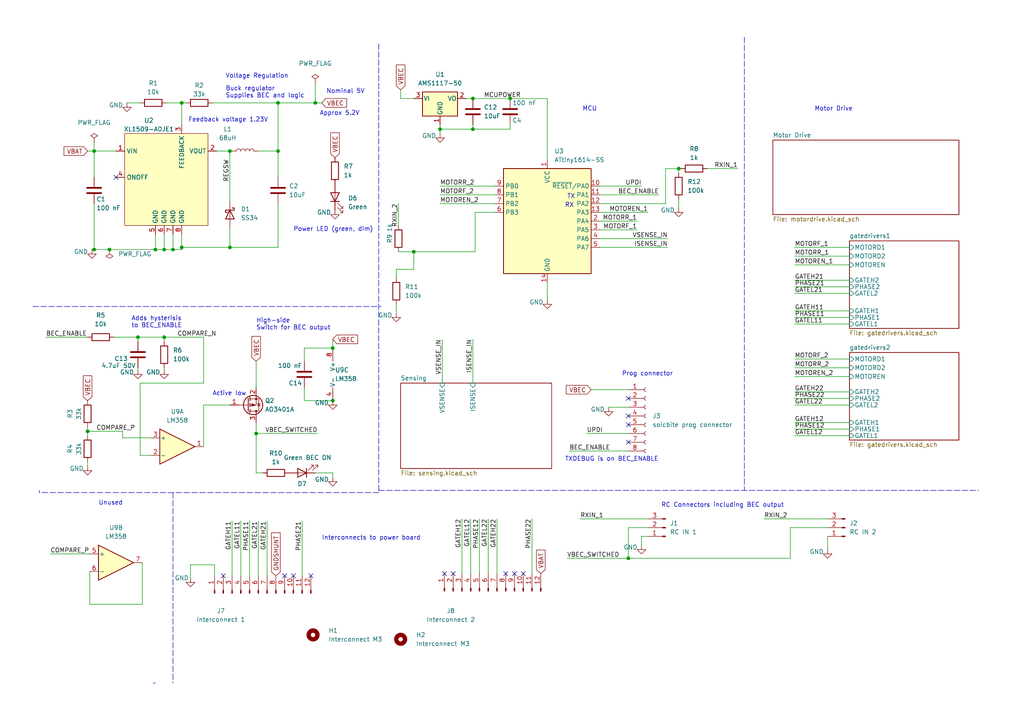
<source format=kicad_sch>
(kicad_sch (version 20210621) (generator eeschema)
  (paper "A4")
  (title_block (title "Feather ESC Logic Board 1614 edition") (date "2021-12-10"))
  (lib_symbols
    (symbol "Amplifier_Operational:LM358" (pin_names (offset 0.127))
      (property "Reference" "U" (at 0 5.08 0))
      (property "Value" "LM358" (at 0 -5.08 0))
      (symbol "LM358_1_1"
        (polyline (pts (xy -5.08 5.08) (xy 5.08 0) (xy -5.08 -5.08) (xy -5.08 5.08)) (stroke (width 0.254)) (fill (type background)))
        (pin output line (at 7.62 0 180) (length 2.54) (name "~") (number "1"))
        (pin input line (at -7.62 -2.54 0) (length 2.54) (name "-") (number "2"))
        (pin input line (at -7.62 2.54 0) (length 2.54) (name "+") (number "3"))
      )
      (symbol "LM358_2_1"
        (polyline (pts (xy -5.08 5.08) (xy 5.08 0) (xy -5.08 -5.08) (xy -5.08 5.08)) (stroke (width 0.254)) (fill (type background)))
        (pin input line (at -7.62 2.54 0) (length 2.54) (name "+") (number "5"))
        (pin input line (at -7.62 -2.54 0) (length 2.54) (name "-") (number "6"))
        (pin output line (at 7.62 0 180) (length 2.54) (name "~") (number "7"))
      )
      (symbol "LM358_3_1"
        (pin power_in line (at -2.54 -7.62 90) (length 3.81) (name "V-") (number "4"))
        (pin power_in line (at -2.54 7.62 270) (length 3.81) (name "V+") (number "8"))
      )
    )
    (symbol "Connector:Conn_01x03_Male" (pin_names (offset 1.016) hide)
      (property "Reference" "J" (at 0 5.08 0))
      (property "Value" "Conn_01x03_Male" (at 0 -5.08 0))
      (symbol "Conn_01x03_Male_1_1"
        (polyline (pts (xy 1.27 -2.54) (xy 0.8636 -2.54)) (stroke (width 0.1524)))
        (polyline (pts (xy 1.27 0) (xy 0.8636 0)) (stroke (width 0.1524)))
        (polyline (pts (xy 1.27 2.54) (xy 0.8636 2.54)) (stroke (width 0.1524)))
        (rectangle (start 0.8636 -2.413) (end 0 -2.667) (stroke (width 0.1524)) (fill (type outline)))
        (rectangle (start 0.8636 0.127) (end 0 -0.127) (stroke (width 0.1524)) (fill (type outline)))
        (rectangle (start 0.8636 2.667) (end 0 2.413) (stroke (width 0.1524)) (fill (type outline)))
        (pin passive line (at 5.08 2.54 180) (length 3.81) (name "Pin_1") (number "1"))
        (pin passive line (at 5.08 0 180) (length 3.81) (name "Pin_2") (number "2"))
        (pin passive line (at 5.08 -2.54 180) (length 3.81) (name "Pin_3") (number "3"))
      )
    )
    (symbol "Connector:Conn_01x08_Female" (pin_names (offset 1.016) hide)
      (property "Reference" "J" (at 0 10.16 0))
      (property "Value" "Conn_01x08_Female" (at 0 -12.7 0))
      (symbol "Conn_01x08_Female_1_1"
        (arc (start 0 -9.652) (mid -0.508 -10.16) (end 0 -10.668) (stroke (width 0.1524)))
        (arc (start 0 -7.112) (mid -0.508 -7.62) (end 0 -8.128) (stroke (width 0.1524)))
        (arc (start 0 -4.572) (mid -0.508 -5.08) (end 0 -5.588) (stroke (width 0.1524)))
        (arc (start 0 -2.032) (mid -0.508 -2.54) (end 0 -3.048) (stroke (width 0.1524)))
        (polyline (pts (xy -1.27 -10.16) (xy -0.508 -10.16)) (stroke (width 0.1524)))
        (polyline (pts (xy -1.27 -7.62) (xy -0.508 -7.62)) (stroke (width 0.1524)))
        (polyline (pts (xy -1.27 -5.08) (xy -0.508 -5.08)) (stroke (width 0.1524)))
        (polyline (pts (xy -1.27 -2.54) (xy -0.508 -2.54)) (stroke (width 0.1524)))
        (polyline (pts (xy -1.27 0) (xy -0.508 0)) (stroke (width 0.1524)))
        (polyline (pts (xy -1.27 2.54) (xy -0.508 2.54)) (stroke (width 0.1524)))
        (polyline (pts (xy -1.27 5.08) (xy -0.508 5.08)) (stroke (width 0.1524)))
        (polyline (pts (xy -1.27 7.62) (xy -0.508 7.62)) (stroke (width 0.1524)))
        (arc (start 0 0.508) (mid -0.508 0) (end 0 -0.508) (stroke (width 0.1524)))
        (arc (start 0 3.048) (mid -0.508 2.54) (end 0 2.032) (stroke (width 0.1524)))
        (arc (start 0 5.588) (mid -0.508 5.08) (end 0 4.572) (stroke (width 0.1524)))
        (arc (start 0 8.128) (mid -0.508 7.62) (end 0 7.112) (stroke (width 0.1524)))
        (pin passive line (at -5.08 7.62 0) (length 3.81) (name "Pin_1") (number "1"))
        (pin passive line (at -5.08 5.08 0) (length 3.81) (name "Pin_2") (number "2"))
        (pin passive line (at -5.08 2.54 0) (length 3.81) (name "Pin_3") (number "3"))
        (pin passive line (at -5.08 0 0) (length 3.81) (name "Pin_4") (number "4"))
        (pin passive line (at -5.08 -2.54 0) (length 3.81) (name "Pin_5") (number "5"))
        (pin passive line (at -5.08 -5.08 0) (length 3.81) (name "Pin_6") (number "6"))
        (pin passive line (at -5.08 -7.62 0) (length 3.81) (name "Pin_7") (number "7"))
        (pin passive line (at -5.08 -10.16 0) (length 3.81) (name "Pin_8") (number "8"))
      )
    )
    (symbol "Connector:Conn_01x12_Male" (pin_names (offset 1.016) hide)
      (property "Reference" "J" (at 0 15.24 0))
      (property "Value" "Conn_01x12_Male" (at 0 -17.78 0))
      (symbol "Conn_01x12_Male_1_1"
        (polyline (pts (xy 1.27 -15.24) (xy 0.8636 -15.24)) (stroke (width 0.1524)))
        (polyline (pts (xy 1.27 -12.7) (xy 0.8636 -12.7)) (stroke (width 0.1524)))
        (polyline (pts (xy 1.27 -10.16) (xy 0.8636 -10.16)) (stroke (width 0.1524)))
        (polyline (pts (xy 1.27 -7.62) (xy 0.8636 -7.62)) (stroke (width 0.1524)))
        (polyline (pts (xy 1.27 -5.08) (xy 0.8636 -5.08)) (stroke (width 0.1524)))
        (polyline (pts (xy 1.27 -2.54) (xy 0.8636 -2.54)) (stroke (width 0.1524)))
        (polyline (pts (xy 1.27 0) (xy 0.8636 0)) (stroke (width 0.1524)))
        (polyline (pts (xy 1.27 2.54) (xy 0.8636 2.54)) (stroke (width 0.1524)))
        (polyline (pts (xy 1.27 5.08) (xy 0.8636 5.08)) (stroke (width 0.1524)))
        (polyline (pts (xy 1.27 7.62) (xy 0.8636 7.62)) (stroke (width 0.1524)))
        (polyline (pts (xy 1.27 10.16) (xy 0.8636 10.16)) (stroke (width 0.1524)))
        (polyline (pts (xy 1.27 12.7) (xy 0.8636 12.7)) (stroke (width 0.1524)))
        (rectangle (start 0.8636 -15.113) (end 0 -15.367) (stroke (width 0.1524)) (fill (type outline)))
        (rectangle (start 0.8636 -12.573) (end 0 -12.827) (stroke (width 0.1524)) (fill (type outline)))
        (rectangle (start 0.8636 -10.033) (end 0 -10.287) (stroke (width 0.1524)) (fill (type outline)))
        (rectangle (start 0.8636 -7.493) (end 0 -7.747) (stroke (width 0.1524)) (fill (type outline)))
        (rectangle (start 0.8636 -4.953) (end 0 -5.207) (stroke (width 0.1524)) (fill (type outline)))
        (rectangle (start 0.8636 -2.413) (end 0 -2.667) (stroke (width 0.1524)) (fill (type outline)))
        (rectangle (start 0.8636 0.127) (end 0 -0.127) (stroke (width 0.1524)) (fill (type outline)))
        (rectangle (start 0.8636 2.667) (end 0 2.413) (stroke (width 0.1524)) (fill (type outline)))
        (rectangle (start 0.8636 5.207) (end 0 4.953) (stroke (width 0.1524)) (fill (type outline)))
        (rectangle (start 0.8636 7.747) (end 0 7.493) (stroke (width 0.1524)) (fill (type outline)))
        (rectangle (start 0.8636 10.287) (end 0 10.033) (stroke (width 0.1524)) (fill (type outline)))
        (rectangle (start 0.8636 12.827) (end 0 12.573) (stroke (width 0.1524)) (fill (type outline)))
        (pin passive line (at 5.08 12.7 180) (length 3.81) (name "Pin_1") (number "1"))
        (pin passive line (at 5.08 -10.16 180) (length 3.81) (name "Pin_10") (number "10"))
        (pin passive line (at 5.08 -12.7 180) (length 3.81) (name "Pin_11") (number "11"))
        (pin passive line (at 5.08 -15.24 180) (length 3.81) (name "Pin_12") (number "12"))
        (pin passive line (at 5.08 10.16 180) (length 3.81) (name "Pin_2") (number "2"))
        (pin passive line (at 5.08 7.62 180) (length 3.81) (name "Pin_3") (number "3"))
        (pin passive line (at 5.08 5.08 180) (length 3.81) (name "Pin_4") (number "4"))
        (pin passive line (at 5.08 2.54 180) (length 3.81) (name "Pin_5") (number "5"))
        (pin passive line (at 5.08 0 180) (length 3.81) (name "Pin_6") (number "6"))
        (pin passive line (at 5.08 -2.54 180) (length 3.81) (name "Pin_7") (number "7"))
        (pin passive line (at 5.08 -5.08 180) (length 3.81) (name "Pin_8") (number "8"))
        (pin passive line (at 5.08 -7.62 180) (length 3.81) (name "Pin_9") (number "9"))
      )
    )
    (symbol "Device:C" (pin_numbers hide) (pin_names (offset 0.254))
      (property "Reference" "C" (at 0.635 2.54 0))
      (property "Value" "C" (at 0.635 -2.54 0))
      (symbol "C_0_1"
        (polyline (pts (xy -2.032 -0.762) (xy 2.032 -0.762)) (stroke (width 0.508)))
        (polyline (pts (xy -2.032 0.762) (xy 2.032 0.762)) (stroke (width 0.508)))
      )
      (symbol "C_1_1"
        (pin passive line (at 0 3.81 270) (length 2.794) (name "~") (number "1"))
        (pin passive line (at 0 -3.81 90) (length 2.794) (name "~") (number "2"))
      )
    )
    (symbol "Device:D_Schottky" (pin_numbers hide) (pin_names (offset 1.016) hide)
      (property "Reference" "D" (at 0 2.54 0))
      (property "Value" "D_Schottky" (at 0 -2.54 0))
      (symbol "D_Schottky_0_1"
        (polyline (pts (xy 1.27 0) (xy -1.27 0)))
        (polyline (pts (xy 1.27 1.27) (xy 1.27 -1.27) (xy -1.27 0) (xy 1.27 1.27)) (stroke (width 0.254)))
        (polyline (pts (xy -1.905 0.635) (xy -1.905 1.27) (xy -1.27 1.27) (xy -1.27 -1.27) (xy -0.635 -1.27) (xy -0.635 -0.635)) (stroke (width 0.254)))
      )
      (symbol "D_Schottky_1_1"
        (pin passive line (at -3.81 0 0) (length 2.54) (name "K") (number "1"))
        (pin passive line (at 3.81 0 180) (length 2.54) (name "A") (number "2"))
      )
    )
    (symbol "Device:L" (pin_numbers hide) (pin_names (offset 1.016) hide)
      (property "Reference" "L" (at -1.27 0 90))
      (property "Value" "L" (at 1.905 0 90))
      (symbol "L_0_1"
        (arc (start 0 -2.54) (mid 0.635 -1.905) (end 0 -1.27))
        (arc (start 0 -1.27) (mid 0.635 -0.635) (end 0 0))
        (arc (start 0 0) (mid 0.635 0.635) (end 0 1.27))
        (arc (start 0 1.27) (mid 0.635 1.905) (end 0 2.54))
      )
      (symbol "L_1_1"
        (pin passive line (at 0 3.81 270) (length 1.27) (name "1") (number "1"))
        (pin passive line (at 0 -3.81 90) (length 1.27) (name "2") (number "2"))
      )
    )
    (symbol "Device:LED" (pin_numbers hide) (pin_names (offset 1.016) hide)
      (property "Reference" "D" (at 0 2.54 0))
      (property "Value" "LED" (at 0 -2.54 0))
      (symbol "LED_0_1"
        (polyline (pts (xy -1.27 -1.27) (xy -1.27 1.27)) (stroke (width 0.254)))
        (polyline (pts (xy -1.27 0) (xy 1.27 0)))
        (polyline (pts (xy 1.27 -1.27) (xy 1.27 1.27) (xy -1.27 0) (xy 1.27 -1.27)) (stroke (width 0.254)))
        (polyline (pts (xy -3.048 -0.762) (xy -4.572 -2.286) (xy -3.81 -2.286) (xy -4.572 -2.286) (xy -4.572 -1.524)))
        (polyline (pts (xy -1.778 -0.762) (xy -3.302 -2.286) (xy -2.54 -2.286) (xy -3.302 -2.286) (xy -3.302 -1.524)))
      )
      (symbol "LED_1_1"
        (pin passive line (at -3.81 0 0) (length 2.54) (name "K") (number "1"))
        (pin passive line (at 3.81 0 180) (length 2.54) (name "A") (number "2"))
      )
    )
    (symbol "Device:R" (pin_numbers hide) (pin_names (offset 0))
      (property "Reference" "R" (at 2.032 0 90))
      (property "Value" "R" (at 0 0 90))
      (symbol "R_0_1"
        (rectangle (start -1.016 -2.54) (end 1.016 2.54) (stroke (width 0.254)))
      )
      (symbol "R_1_1"
        (pin passive line (at 0 3.81 270) (length 1.27) (name "~") (number "1"))
        (pin passive line (at 0 -3.81 90) (length 1.27) (name "~") (number "2"))
      )
    )
    (symbol "MCU_Microchip_ATtiny:ATtiny1614-SS"
      (property "Reference" "U" (at -12.7 16.51 0))
      (property "Value" "ATtiny1614-SS" (at 2.54 -16.51 0))
      (symbol "ATtiny1614-SS_0_1"
        (rectangle (start -12.7 -15.24) (end 12.7 15.24) (stroke (width 0.254)) (fill (type background)))
      )
      (symbol "ATtiny1614-SS_1_1"
        (pin power_in line (at 0 17.78 270) (length 2.54) (name "VCC") (number "1"))
        (pin bidirectional line (at 15.24 10.16 180) (length 2.54) (name "~{RESET}/PA0") (number "10"))
        (pin bidirectional line (at 15.24 7.62 180) (length 2.54) (name "PA1") (number "11"))
        (pin bidirectional line (at 15.24 5.08 180) (length 2.54) (name "PA2") (number "12"))
        (pin bidirectional line (at 15.24 2.54 180) (length 2.54) (name "PA3") (number "13"))
        (pin power_in line (at 0 -17.78 90) (length 2.54) (name "GND") (number "14"))
        (pin bidirectional line (at 15.24 0 180) (length 2.54) (name "PA4") (number "2"))
        (pin bidirectional line (at 15.24 -2.54 180) (length 2.54) (name "PA5") (number "3"))
        (pin bidirectional line (at 15.24 -5.08 180) (length 2.54) (name "PA6") (number "4"))
        (pin bidirectional line (at 15.24 -7.62 180) (length 2.54) (name "PA7") (number "5"))
        (pin bidirectional line (at -15.24 2.54 0) (length 2.54) (name "PB3") (number "6"))
        (pin bidirectional line (at -15.24 5.08 0) (length 2.54) (name "PB2") (number "7"))
        (pin bidirectional line (at -15.24 7.62 0) (length 2.54) (name "PB1") (number "8"))
        (pin bidirectional line (at -15.24 10.16 0) (length 2.54) (name "PB0") (number "9"))
      )
    )
    (symbol "Mechanical:MountingHole" (pin_names (offset 1.016))
      (property "Reference" "H" (at 0 5.08 0))
      (property "Value" "MountingHole" (at 0 3.175 0))
      (symbol "MountingHole_0_1"
        (circle (center 0 0) (radius 1.27) (stroke (width 1.27)))
      )
    )
    (symbol "Regulator_Linear:AP1117-50" (pin_names (offset 0.254))
      (property "Reference" "U" (at -3.81 3.175 0))
      (property "Value" "AP1117-50" (at 0 3.175 0))
      (symbol "AP1117-50_0_1"
        (rectangle (start -5.08 -5.08) (end 5.08 1.905) (stroke (width 0.254)) (fill (type background)))
      )
      (symbol "AP1117-50_1_1"
        (pin power_in line (at 0 -7.62 90) (length 2.54) (name "GND") (number "1"))
        (pin power_out line (at 7.62 0 180) (length 2.54) (name "VO") (number "2"))
        (pin power_in line (at -7.62 0 0) (length 2.54) (name "VI") (number "3"))
      )
    )
    (symbol "Transistor_FET:AO3401A" (pin_names hide)
      (property "Reference" "Q" (at 5.08 1.905 0))
      (property "Value" "AO3401A" (at 5.08 0 0))
      (symbol "AO3401A_0_1"
        (polyline (pts (xy 0.254 0) (xy -2.54 0)))
        (polyline (pts (xy 0.254 1.905) (xy 0.254 -1.905)) (stroke (width 0.254)))
        (polyline (pts (xy 0.762 -1.27) (xy 0.762 -2.286)) (stroke (width 0.254)))
        (polyline (pts (xy 0.762 0.508) (xy 0.762 -0.508)) (stroke (width 0.254)))
        (polyline (pts (xy 0.762 2.286) (xy 0.762 1.27)) (stroke (width 0.254)))
        (polyline (pts (xy 2.54 2.54) (xy 2.54 1.778)))
        (polyline (pts (xy 2.54 -2.54) (xy 2.54 0) (xy 0.762 0)))
        (polyline (pts (xy 0.762 1.778) (xy 3.302 1.778) (xy 3.302 -1.778) (xy 0.762 -1.778)))
        (polyline (pts (xy 2.286 0) (xy 1.27 0.381) (xy 1.27 -0.381) (xy 2.286 0)) (fill (type outline)))
        (polyline (pts (xy 2.794 -0.508) (xy 2.921 -0.381) (xy 3.683 -0.381) (xy 3.81 -0.254)))
        (polyline (pts (xy 3.302 -0.381) (xy 2.921 0.254) (xy 3.683 0.254) (xy 3.302 -0.381)))
        (circle (center 1.651 0) (radius 2.794) (stroke (width 0.254)))
        (circle (center 2.54 -1.778) (radius 0.254) (fill (type outline)))
        (circle (center 2.54 1.778) (radius 0.254) (fill (type outline)))
      )
      (symbol "AO3401A_1_1"
        (pin input line (at -5.08 0 0) (length 2.54) (name "G") (number "1"))
        (pin passive line (at 2.54 -5.08 90) (length 2.54) (name "S") (number "2"))
        (pin passive line (at 2.54 5.08 270) (length 2.54) (name "D") (number "3"))
      )
    )
    (symbol "featheresc_logic:XL1509"
      (property "Reference" "U" (at -1.27 0 0))
      (property "Value" "XL1509" (at -1.27 2.54 0))
      (symbol "XL1509_0_0"
        (pin power_out line (at 13.97 6.35 180) (length 2.54) (name "VOUT") (number "2"))
        (pin input line (at 3.81 13.97 270) (length 2.54) (name "FEEDBACK") (number "3"))
        (pin input line (at -15.24 -1.27 0) (length 2.54) (name "ONOFF") (number "4"))
        (pin power_in line (at -3.81 -17.78 90) (length 2.54) (name "GND") (number "5"))
        (pin power_in line (at -1.27 -17.78 90) (length 2.54) (name "GND") (number "6"))
        (pin power_in line (at 1.27 -17.78 90) (length 2.54) (name "GND") (number "7"))
        (pin power_in line (at 3.81 -17.78 90) (length 2.54) (name "GND") (number "8"))
      )
      (symbol "XL1509_0_1"
        (rectangle (start -12.7 11.43) (end 11.43 -15.24) (stroke (width 0.1524)) (fill (type background)))
      )
      (symbol "XL1509_1_1"
        (pin power_in line (at -15.24 6.35 0) (length 2.54) (name "VIN") (number "1"))
      )
    )
    (symbol "power:GND" (power) (pin_names (offset 0))
      (property "Value" "GND" (at 0 -3.81 0))
      (symbol "GND_0_1"
        (polyline (pts (xy 0 0) (xy 0 -1.27) (xy 1.27 -1.27) (xy 0 -2.54) (xy -1.27 -1.27) (xy 0 -1.27)))
      )
      (symbol "GND_1_1"
        (pin power_in line (at 0 0 270) (length 0) hide (name "GND") (number "1"))
      )
    )
    (symbol "power:PWR_FLAG" (power) (pin_numbers hide) (pin_names (offset 0) hide)
      (property "Value" "PWR_FLAG" (at 0 3.81 0))
      (symbol "PWR_FLAG_0_0"
        (pin power_out line (at 0 0 90) (length 0) (name "pwr") (number "1"))
      )
      (symbol "PWR_FLAG_0_1"
        (polyline (pts (xy 0 0) (xy 0 1.27) (xy -1.016 1.905) (xy 0 2.54) (xy 1.016 1.905) (xy 0 1.27)))
      )
    )
  )
  (junction (at 80.645 29.845))
  (junction (at 137.16 37.465))
  (junction (at 45.085 72.39))
  (junction (at 66.675 43.815))
  (junction (at 52.705 71.755))
  (junction (at 196.85 48.895))
  (junction (at 96.52 116.205))
  (junction (at 91.44 29.845))
  (junction (at 27.305 43.815))
  (junction (at 127.635 37.465))
  (junction (at 147.955 28.575))
  (junction (at 50.165 72.39))
  (junction (at 47.625 72.39))
  (junction (at 137.16 28.575))
  (junction (at 27.305 72.39))
  (junction (at 25.4 125.095))
  (junction (at 182.245 161.925))
  (junction (at 47.625 97.79))
  (junction (at 66.675 71.755))
  (junction (at 74.295 125.73))
  (junction (at 120.015 73.025))
  (junction (at 52.705 29.845))
  (junction (at 31.75 72.39))
  (junction (at 40.005 97.79))
  (junction (at 80.645 43.815))
  (junction (at 96.52 100.965))
  (no_connect (at 33.655 51.435))
  (no_connect (at 182.245 128.27))
  (no_connect (at 182.245 123.19))
  (no_connect (at 182.245 115.57))
  (no_connect (at 182.245 120.65))
  (no_connect (at 146.685 166.37))
  (no_connect (at 149.225 166.37))
  (no_connect (at 151.765 166.37))
  (no_connect (at 131.445 166.37))
  (no_connect (at 128.905 166.37))
  (no_connect (at 90.17 167.005))
  (no_connect (at 85.09 167.005))
  (no_connect (at 82.55 167.005))
  (no_connect (at 64.77 167.005))
  (wire (pts (xy 36.83 29.845) (xy 40.64 29.845)))
  (polyline (pts (xy 109.855 12.7) (xy 109.855 142.875)))
  (polyline (pts (xy 109.855 142.875) (xy 11.43 142.875)))
  (polyline (pts (xy 11.43 142.24) (xy 11.43 142.875)))
  (wire (pts (xy 69.85 151.13) (xy 69.85 167.005)))
  (wire (pts (xy 74.295 104.775) (xy 74.295 112.395)))
  (wire (pts (xy 67.31 151.13) (xy 67.31 167.005)))
  (wire (pts (xy 80.645 29.845) (xy 91.44 29.845)))
  (wire (pts (xy 91.44 29.845) (xy 93.345 29.845)))
  (wire (pts (xy 187.96 153.035) (xy 182.245 153.035)))
  (wire (pts (xy 182.245 153.035) (xy 182.245 161.925)))
  (wire (pts (xy 50.165 67.945) (xy 50.165 72.39)))
  (wire (pts (xy 50.165 72.39) (xy 47.625 72.39)))
  (wire (pts (xy 230.505 109.22) (xy 246.38 109.22)))
  (wire (pts (xy 230.505 76.835) (xy 246.38 76.835)))
  (wire (pts (xy 74.295 125.73) (xy 74.295 137.16)))
  (wire (pts (xy 76.2 137.16) (xy 74.295 137.16)))
  (wire (pts (xy 230.505 113.665) (xy 246.38 113.665)))
  (polyline (pts (xy 215.9 10.795) (xy 215.9 142.24)))
  (wire (pts (xy 187.96 61.595) (xy 173.99 61.595)))
  (wire (pts (xy 230.505 90.17) (xy 246.38 90.17)))
  (polyline (pts (xy 44.45 198.12) (xy 45.085 198.12)))
  (polyline (pts (xy 50.165 142.875) (xy 50.165 198.12)))
  (wire (pts (xy 115.57 59.055) (xy 115.57 65.405)))
  (wire (pts (xy 88.265 112.395) (xy 88.265 116.205)))
  (wire (pts (xy 88.265 116.205) (xy 96.52 116.205)))
  (wire (pts (xy 127.635 53.975) (xy 143.51 53.975)))
  (wire (pts (xy 182.245 161.925) (xy 164.465 161.925)))
  (wire (pts (xy 74.93 43.815) (xy 80.645 43.815)))
  (wire (pts (xy 230.505 117.475) (xy 246.38 117.475)))
  (wire (pts (xy 26.67 72.39) (xy 27.305 72.39)))
  (wire (pts (xy 45.085 67.945) (xy 45.085 72.39)))
  (wire (pts (xy 31.75 72.39) (xy 45.085 72.39)))
  (wire (pts (xy 27.305 72.39) (xy 31.75 72.39)))
  (wire (pts (xy 182.245 113.03) (xy 171.45 113.03)))
  (wire (pts (xy 25.4 97.79) (xy 13.335 97.79)))
  (wire (pts (xy 116.205 28.575) (xy 116.205 26.035)))
  (wire (pts (xy 120.015 28.575) (xy 116.205 28.575)))
  (wire (pts (xy 196.85 48.895) (xy 196.85 50.165)))
  (wire (pts (xy 66.675 66.04) (xy 66.675 71.755)))
  (wire (pts (xy 230.505 74.295) (xy 246.38 74.295)))
  (wire (pts (xy 139.065 150.495) (xy 139.065 166.37)))
  (wire (pts (xy 154.305 150.495) (xy 154.305 166.37)))
  (wire (pts (xy 62.865 43.815) (xy 66.675 43.815)))
  (wire (pts (xy 66.675 43.815) (xy 67.31 43.815)))
  (wire (pts (xy 62.23 163.83) (xy 55.245 163.83)))
  (wire (pts (xy 62.23 167.005) (xy 62.23 163.83)))
  (wire (pts (xy 55.245 163.83) (xy 55.245 167.64)))
  (wire (pts (xy 141.605 150.495) (xy 141.605 166.37)))
  (wire (pts (xy 230.505 115.57) (xy 246.38 115.57)))
  (wire (pts (xy 230.505 81.28) (xy 246.38 81.28)))
  (wire (pts (xy 40.64 132.08) (xy 43.815 132.08)))
  (wire (pts (xy 59.055 97.79) (xy 59.055 111.125)))
  (wire (pts (xy 59.055 111.125) (xy 40.64 111.125)))
  (wire (pts (xy 40.64 111.125) (xy 40.64 132.08)))
  (wire (pts (xy 47.625 97.79) (xy 59.055 97.79)))
  (wire (pts (xy 230.505 104.14) (xy 246.38 104.14)))
  (wire (pts (xy 48.26 29.845) (xy 52.705 29.845)))
  (wire (pts (xy 52.705 29.845) (xy 53.975 29.845)))
  (wire (pts (xy 168.275 150.495) (xy 187.96 150.495)))
  (wire (pts (xy 182.245 125.73) (xy 170.18 125.73)))
  (wire (pts (xy 176.53 118.11) (xy 182.245 118.11)))
  (wire (pts (xy 25.4 125.095) (xy 25.4 126.365)))
  (wire (pts (xy 127.635 56.515) (xy 143.51 56.515)))
  (wire (pts (xy 91.44 137.16) (xy 96.52 137.16)))
  (wire (pts (xy 96.52 137.16) (xy 96.52 138.43)))
  (wire (pts (xy 77.47 151.13) (xy 77.47 167.005)))
  (wire (pts (xy 193.675 71.755) (xy 173.99 71.755)))
  (wire (pts (xy 137.16 98.425) (xy 137.16 111.125)))
  (wire (pts (xy 80.645 51.435) (xy 80.645 43.815)))
  (wire (pts (xy 72.39 151.13) (xy 72.39 167.005)))
  (wire (pts (xy 240.03 155.575) (xy 240.03 159.385)))
  (wire (pts (xy 40.005 106.68) (xy 40.005 107.315)))
  (wire (pts (xy 52.705 29.845) (xy 52.705 36.195)))
  (wire (pts (xy 27.305 43.815) (xy 27.305 51.435)))
  (wire (pts (xy 27.305 43.815) (xy 33.655 43.815)))
  (wire (pts (xy 25.4 43.815) (xy 27.305 43.815)))
  (polyline (pts (xy 59.69 88.9) (xy 59.69 88.9)))
  (polyline (pts (xy 9.525 88.9) (xy 59.69 88.9)))
  (polyline (pts (xy 59.69 88.9) (xy 110.49 88.9)))
  (wire (pts (xy 127.635 37.465) (xy 127.635 38.735)))
  (wire (pts (xy 127.635 36.195) (xy 127.635 37.465)))
  (wire (pts (xy 66.675 43.815) (xy 66.675 58.42)))
  (wire (pts (xy 230.505 92.075) (xy 246.38 92.075)))
  (wire (pts (xy 221.615 150.495) (xy 240.03 150.495)))
  (wire (pts (xy 87.63 151.13) (xy 87.63 167.005)))
  (wire (pts (xy 52.705 71.755) (xy 52.705 72.39)))
  (wire (pts (xy 52.705 72.39) (xy 50.165 72.39)))
  (wire (pts (xy 52.705 67.945) (xy 52.705 71.755)))
  (wire (pts (xy 230.505 85.09) (xy 246.38 85.09)))
  (wire (pts (xy 40.005 99.06) (xy 40.005 97.79)))
  (wire (pts (xy 74.93 151.13) (xy 74.93 167.005)))
  (wire (pts (xy 182.245 130.81) (xy 165.1 130.81)))
  (wire (pts (xy 136.525 150.495) (xy 136.525 166.37)))
  (wire (pts (xy 127.635 59.055) (xy 143.51 59.055)))
  (wire (pts (xy 41.275 163.195) (xy 41.275 175.26)))
  (wire (pts (xy 41.275 175.26) (xy 26.035 175.26)))
  (wire (pts (xy 26.035 175.26) (xy 26.035 165.735)))
  (wire (pts (xy 137.16 28.575) (xy 147.955 28.575)))
  (wire (pts (xy 147.955 28.575) (xy 158.75 28.575)))
  (wire (pts (xy 158.75 28.575) (xy 158.75 46.355)))
  (wire (pts (xy 135.255 28.575) (xy 137.16 28.575)))
  (wire (pts (xy 59.055 129.54) (xy 59.055 117.475)))
  (wire (pts (xy 59.055 117.475) (xy 66.675 117.475)))
  (wire (pts (xy 27.305 41.275) (xy 27.305 43.815)))
  (wire (pts (xy 230.505 71.755) (xy 246.38 71.755)))
  (wire (pts (xy 147.955 36.195) (xy 147.955 37.465)))
  (wire (pts (xy 137.16 37.465) (xy 147.955 37.465)))
  (wire (pts (xy 47.625 106.68) (xy 47.625 107.315)))
  (wire (pts (xy 14.605 160.655) (xy 26.035 160.655)))
  (wire (pts (xy 158.75 81.915) (xy 158.75 86.995)))
  (wire (pts (xy 115.57 73.025) (xy 120.015 73.025)))
  (wire (pts (xy 120.015 73.025) (xy 137.795 73.025)))
  (wire (pts (xy 47.625 99.06) (xy 47.625 97.79)))
  (wire (pts (xy 196.85 57.785) (xy 196.85 60.325)))
  (wire (pts (xy 230.505 83.185) (xy 246.38 83.185)))
  (wire (pts (xy 144.145 150.495) (xy 144.145 166.37)))
  (wire (pts (xy 40.005 97.79) (xy 47.625 97.79)))
  (wire (pts (xy 88.265 104.775) (xy 88.265 100.965)))
  (wire (pts (xy 88.265 100.965) (xy 96.52 100.965)))
  (wire (pts (xy 74.295 125.73) (xy 92.075 125.73)))
  (wire (pts (xy 74.295 122.555) (xy 74.295 125.73)))
  (wire (pts (xy 128.27 98.425) (xy 128.27 111.125)))
  (wire (pts (xy 187.96 155.575) (xy 186.055 155.575)))
  (wire (pts (xy 186.055 155.575) (xy 186.055 158.115)))
  (wire (pts (xy 173.99 66.675) (xy 184.785 66.675)))
  (wire (pts (xy 33.02 97.79) (xy 40.005 97.79)))
  (wire (pts (xy 133.985 150.495) (xy 133.985 166.37)))
  (wire (pts (xy 91.44 24.13) (xy 91.44 29.845)))
  (wire (pts (xy 137.795 61.595) (xy 137.795 73.025)))
  (wire (pts (xy 143.51 61.595) (xy 137.795 61.595)))
  (wire (pts (xy 193.04 48.895) (xy 196.85 48.895)))
  (wire (pts (xy 196.85 48.895) (xy 197.485 48.895)))
  (wire (pts (xy 193.04 59.055) (xy 193.04 48.895)))
  (wire (pts (xy 184.785 64.135) (xy 173.99 64.135)))
  (wire (pts (xy 25.4 133.985) (xy 25.4 135.255)))
  (wire (pts (xy 43.815 127) (xy 35.56 127)))
  (wire (pts (xy 35.56 127) (xy 35.56 125.095)))
  (wire (pts (xy 35.56 125.095) (xy 25.4 125.095)))
  (wire (pts (xy 25.4 123.825) (xy 25.4 125.095)))
  (wire (pts (xy 173.99 59.055) (xy 193.04 59.055)))
  (wire (pts (xy 230.505 122.555) (xy 246.38 122.555)))
  (wire (pts (xy 27.305 59.055) (xy 27.305 72.39)))
  (wire (pts (xy 230.505 124.46) (xy 246.38 124.46)))
  (wire (pts (xy 66.675 71.755) (xy 52.705 71.755)))
  (wire (pts (xy 66.675 71.755) (xy 80.645 71.755)))
  (wire (pts (xy 80.645 59.055) (xy 80.645 71.755)))
  (wire (pts (xy 137.16 36.195) (xy 137.16 37.465)))
  (wire (pts (xy 240.03 153.035) (xy 229.235 153.035)))
  (wire (pts (xy 229.235 153.035) (xy 229.235 161.925)))
  (wire (pts (xy 229.235 161.925) (xy 182.245 161.925)))
  (wire (pts (xy 173.99 69.215) (xy 193.675 69.215)))
  (polyline (pts (xy 109.855 142.24) (xy 283.845 142.24)))
  (wire (pts (xy 230.505 93.98) (xy 246.38 93.98)))
  (wire (pts (xy 114.935 88.265) (xy 114.935 90.805)))
  (wire (pts (xy 47.625 67.945) (xy 47.625 72.39)))
  (wire (pts (xy 47.625 72.39) (xy 45.085 72.39)))
  (wire (pts (xy 127.635 37.465) (xy 137.16 37.465)))
  (wire (pts (xy 230.505 106.68) (xy 246.38 106.68)))
  (wire (pts (xy 173.99 56.515) (xy 191.135 56.515)))
  (wire (pts (xy 80.645 29.845) (xy 80.645 43.815)))
  (wire (pts (xy 61.595 29.845) (xy 80.645 29.845)))
  (wire (pts (xy 205.105 48.895) (xy 213.995 48.895)))
  (wire (pts (xy 114.935 78.105) (xy 120.015 78.105)))
  (wire (pts (xy 114.935 80.645) (xy 114.935 78.105)))
  (wire (pts (xy 120.015 73.025) (xy 120.015 78.105)))
  (wire (pts (xy 96.52 98.425) (xy 96.52 100.965)))
  (wire (pts (xy 230.505 126.365) (xy 246.38 126.365)))
  (wire (pts (xy 173.99 53.975) (xy 186.055 53.975)))
  (text "TXDEBUG is on BEC_ENABLE" (at 163.83 133.985 0) (effects (font (size 1.27 1.27)) (justify left bottom)))
  (text "RC Connectors including BEC output" (at 191.77 147.32 0) (effects (font (size 1.27 1.27)) (justify left bottom)))
  (text "Motor Drive\n" (at 236.22 32.385 0) (effects (font (size 1.27 1.27)) (justify left bottom)))
  (text "Unused\n" (at 28.575 146.685 0) (effects (font (size 1.27 1.27)) (justify left bottom)))
  (text "Feedback voltage 1.23V" (at 54.61 35.56 0) (effects (font (size 1.27 1.27)) (justify left bottom)))
  (text "Buck regulator\nSupplies BEC and logic" (at 65.405 28.575 0) (effects (font (size 1.27 1.27)) (justify left bottom)))
  (text "Power LED (green, dim)" (at 85.09 67.31 0) (effects (font (size 1.27 1.27)) (justify left bottom)))
  (text "RX" (at 163.83 60.325 0) (effects (font (size 1.27 1.27)) (justify left bottom)))
  (text "Adds hysterisis\nto BEC_ENABLE" (at 38.1 95.25 0) (effects (font (size 1.27 1.27)) (justify left bottom)))
  (text "Nominal 5V" (at 94.615 27.305 0) (effects (font (size 1.27 1.27)) (justify left bottom)))
  (text "MCU" (at 168.91 32.385 0) (effects (font (size 1.27 1.27)) (justify left bottom)))
  (text "Voltage Regulation" (at 65.405 22.86 0) (effects (font (size 1.27 1.27)) (justify left bottom)))
  (text "Prog connector" (at 180.34 109.22 0) (effects (font (size 1.27 1.27)) (justify left bottom)))
  (text "Approx 5.2V" (at 92.71 33.655 0) (effects (font (size 1.27 1.27)) (justify left bottom)))
  (text "TX" (at 164.465 57.785 0) (effects (font (size 1.27 1.27)) (justify left bottom)))
  (text "High-side\nSwitch for BEC output" (at 74.295 95.885 0) (effects (font (size 1.27 1.27)) (justify left bottom)))
  (text "Interconnects to power board" (at 93.345 156.845 0) (effects (font (size 1.27 1.27)) (justify left bottom)))
  (text "Active low" (at 61.595 114.935 0) (effects (font (size 1.27 1.27)) (justify left bottom)))
  (label "GATEH11" (at 230.505 90.17 0))
  (label "PHASE22" (at 230.505 115.57 0))
  (label "REGSW" (at 66.675 52.705 90))
  (label "VSENSE_IN" (at 128.27 98.425 270))
  (label "GATEL12" (at 136.525 150.495 270))
  (label "GATEH22" (at 230.505 113.665 0))
  (label "VSENSE_IN" (at 193.675 69.215 180))
  (label "GATEL22" (at 230.505 117.475 0))
  (label "MOTOREN_1" (at 230.505 76.835 0))
  (label "MOTORR_2" (at 127.635 53.975 0))
  (label "GATEL12" (at 230.505 126.365 0))
  (label "PHASE12" (at 230.505 124.46 0))
  (label "VBEC_SWITCHED" (at 92.075 125.73 180))
  (label "GATEL21" (at 74.93 151.13 270))
  (label "VBEC_SWITCHED" (at 164.465 161.925 0))
  (label "COMPARE_N" (at 51.435 97.79 0))
  (label "PHASE12" (at 139.065 150.495 270))
  (label "MOTOREN_2" (at 230.505 109.22 0))
  (label "BEC_ENABLE" (at 165.1 130.81 0))
  (label "MOTOREN_2" (at 127.635 59.055 0))
  (label "GATEH22" (at 144.145 150.495 270))
  (label "PHASE11" (at 230.505 92.075 0))
  (label "RXIN_1" (at 168.275 150.495 0))
  (label "RXIN_2" (at 115.57 59.055 270))
  (label "MOTORF_1" (at 230.505 71.755 0))
  (label "GATEL22" (at 141.605 150.495 270))
  (label "GATEL11" (at 69.85 151.13 270))
  (label "MOTORR_1" (at 184.785 64.135 180))
  (label "MOTORF_2" (at 230.505 104.14 0))
  (label "GATEH21" (at 77.47 151.13 270))
  (label "COMPARE_P" (at 14.605 160.655 0))
  (label "PHASE11" (at 72.39 151.13 270))
  (label "MOTORF_1" (at 184.785 66.675 180))
  (label "PHASE22" (at 154.305 150.495 270))
  (label "ISENSE_IN" (at 137.16 98.425 270))
  (label "MOTORR_2" (at 230.505 106.68 0))
  (label "GATEL11" (at 230.505 93.98 0))
  (label "RXIN_1" (at 213.995 48.895 180))
  (label "GATEL21" (at 230.505 85.09 0))
  (label "BEC_ENABLE" (at 13.335 97.79 0))
  (label "UPDI" (at 170.18 125.73 0))
  (label "COMPARE_P" (at 27.94 125.095 0))
  (label "MOTORR_1" (at 230.505 74.295 0))
  (label "MOTORF_2" (at 127.635 56.515 0))
  (label "PHASE21" (at 230.505 83.185 0))
  (label "GATEH21" (at 230.505 81.28 0))
  (label "UPDI" (at 186.055 53.975 180))
  (label "MOTOREN_1" (at 187.96 61.595 180))
  (label "MCUPOWER" (at 140.335 28.575 0))
  (label "GATEH12" (at 133.985 150.495 270))
  (label "GATEH11" (at 67.31 151.13 270))
  (label "BEC_ENABLE" (at 191.135 56.515 180))
  (label "ISENSE_IN" (at 193.675 71.755 180))
  (label "GATEH12" (at 230.505 122.555 0))
  (label "PHASE21" (at 87.63 151.13 270))
  (label "RXIN_2" (at 221.615 150.495 0))
  (global_label "VBEC" (shape input) (at 97.155 45.72 90) (property "Intersheet References" "${INTERSHEET_REFS}" (effects hide)))
  (global_label "VBEC" (shape input) (at 74.295 104.775 90) (property "Intersheet References" "${INTERSHEET_REFS}" (effects hide)))
  (global_label "VBAT" (shape input) (at 156.845 166.37 90) (property "Intersheet References" "${INTERSHEET_REFS}" (effects hide)))
  (global_label "VBAT" (shape input) (at 25.4 43.815 180) (property "Intersheet References" "${INTERSHEET_REFS}" (effects hide)))
  (global_label "VBEC" (shape input) (at 96.52 98.425 0) (property "Intersheet References" "${INTERSHEET_REFS}" (effects hide)))
  (global_label "VBEC" (shape input) (at 171.45 113.03 180) (property "Intersheet References" "${INTERSHEET_REFS}" (effects hide)))
  (global_label "VBEC" (shape input) (at 25.4 116.205 90) (property "Intersheet References" "${INTERSHEET_REFS}" (effects hide)))
  (global_label "VBEC" (shape input) (at 93.345 29.845 0) (property "Intersheet References" "${INTERSHEET_REFS}" (effects hide)))
  (global_label "GNDSHUNT" (shape input) (at 80.01 167.005 90) (property "Intersheet References" "${INTERSHEET_REFS}" (effects hide)))
  (global_label "VBEC" (shape input) (at 116.205 26.035 90) (property "Intersheet References" "${INTERSHEET_REFS}" (effects hide)))
  (symbol (lib_id "Connector:Conn_01x03_Male") (at 193.04 153.035 180) (unit 1)
    (property "Reference" "J1" (at 194.31 151.7649 0) (effects (justify right)))
    (property "Value" "RC IN 1" (at 194.31 154.3049 0) (effects (justify right)))
    (property "Footprint" "Connector_JST:JST_XA_S03B-XASK-1_1x03_P2.50mm_Horizontal" (effects hide))
  )
  (symbol (lib_id "power:GND") (at 40.005 107.315 0) (unit 1)
    (property "Reference" "#PWR028" (effects hide))
    (property "Value" "GND" (at 36.83 107.95 0))
  )
  (symbol (lib_id "Device:R") (at 29.21 97.79 90) (unit 1)
    (property "Reference" "R5" (at 29.21 91.44 90))
    (property "Value" "10k" (at 29.21 93.98 90))
    (property "Footprint" "Resistor_SMD:R_0603_1608Metric_Pad0.98x0.95mm_HandSolder" (effects hide))
  )
  (symbol (lib_id "Transistor_FET:AO3401A") (at 71.755 117.475 0) (mirror x) (unit 1)
    (property "Reference" "Q2" (at 76.835 116.205 0) (effects (justify left)))
    (property "Value" "AO3401A" (at 76.835 118.745 0) (effects (justify left)))
    (property "Footprint" "Package_TO_SOT_SMD:SOT-23" (effects hide))
    (property "Datasheet" "http://www.aosmd.com/pdfs/datasheet/AO3401A.pdf" (effects hide))
  )
  (symbol (lib_id "Mechanical:MountingHole") (at 90.805 184.15 0) (unit 1)
    (property "Reference" "H1" (at 95.25 182.8799 0) (effects (justify left)))
    (property "Value" "Interconnect M3" (at 95.25 185.4199 0) (effects (justify left)))
    (property "Footprint" "MountingHole:MountingHole_3.2mm_M3" (effects hide))
  )
  (symbol (lib_id "power:PWR_FLAG") (at 31.75 72.39 180) (unit 1)
    (property "Reference" "#FLG01" (effects hide))
    (property "Value" "PWR_FLAG" (at 34.29 73.6599 0) (effects (justify right)))
  )
  (symbol (lib_id "Device:R") (at 80.01 137.16 270) (unit 1)
    (property "Reference" "R10" (at 80.01 131.445 90))
    (property "Value" "1k" (at 80.01 133.985 90))
    (property "Footprint" "Resistor_SMD:R_0603_1608Metric_Pad0.98x0.95mm_HandSolder" (effects hide))
  )
  (symbol (lib_id "Device:C") (at 137.16 32.385 0) (unit 1)
    (property "Reference" "C12" (at 140.335 31.1149 0) (effects (justify left)))
    (property "Value" "10uF" (at 140.335 33.6549 0) (effects (justify left)))
    (property "Footprint" "Capacitor_SMD:C_1206_3216Metric" (effects hide))
  )
  (symbol (lib_id "Device:R") (at 25.4 120.015 180) (unit 1)
    (property "Reference" "R3" (at 20.32 120.015 90))
    (property "Value" "33k" (at 22.86 120.015 90))
    (property "Footprint" "Resistor_SMD:R_0603_1608Metric_Pad0.98x0.95mm_HandSolder" (effects hide))
  )
  (symbol (lib_id "power:GND") (at 47.625 107.315 0) (unit 1)
    (property "Reference" "#PWR029" (effects hide))
    (property "Value" "GND" (at 44.45 107.95 0))
  )
  (symbol (lib_id "Mechanical:MountingHole") (at 116.205 185.42 0) (unit 1)
    (property "Reference" "H2" (at 120.65 184.1499 0) (effects (justify left)))
    (property "Value" "Interconnect M3" (at 120.65 186.6899 0) (effects (justify left)))
    (property "Footprint" "MountingHole:MountingHole_3.2mm_M3" (effects hide))
  )
  (symbol (lib_id "MCU_Microchip_ATtiny:ATtiny1614-SS") (at 158.75 64.135 0) (unit 1)
    (property "Reference" "U3" (at 160.7694 43.815 0) (effects (justify left)))
    (property "Value" "ATtiny1614-SS" (at 160.7694 46.355 0) (effects (justify left)))
    (property "Footprint" "Package_SO:SOIC-14_3.9x8.7mm_P1.27mm" (effects hide))
    (property "Datasheet" "http://ww1.microchip.com/downloads/en/DeviceDoc/ATtiny1614-data-sheet-40001995A.pdf" (effects hide))
  )
  (symbol (lib_id "power:GND") (at 176.53 118.11 0) (unit 1)
    (property "Reference" "#PWR026" (effects hide))
    (property "Value" "GND" (at 173.355 118.745 0))
  )
  (symbol (lib_id "featheresc_logic:XL1509") (at 48.895 50.165 0) (unit 1)
    (property "Reference" "U2" (at 43.18 34.925 0))
    (property "Value" "XL1509-ADJE1" (at 43.18 37.465 0))
    (property "Footprint" "Package_SO:SOIC-8_3.9x4.9mm_P1.27mm" (effects hide))
    (property "LCSC" "C74192" (effects hide))
  )
  (symbol (lib_id "Device:R") (at 47.625 102.87 180) (unit 1)
    (property "Reference" "R6" (at 50.165 101.5999 0) (effects (justify right)))
    (property "Value" "100k" (at 50.165 104.1399 0) (effects (justify right)))
    (property "Footprint" "Resistor_SMD:R_0603_1608Metric_Pad0.98x0.95mm_HandSolder" (effects hide))
  )
  (symbol (lib_id "power:GND") (at 36.83 29.845 0) (unit 1)
    (property "Reference" "#PWR03" (effects hide))
    (property "Value" "GND" (at 33.655 30.48 0))
  )
  (symbol (lib_id "Device:L") (at 71.12 43.815 90) (unit 1)
    (property "Reference" "L1" (at 66.04 37.465 90))
    (property "Value" "68uH" (at 66.04 40.005 90))
    (property "Footprint" "Inductor_SMD:L_10.4x10.4_H4.8" (effects hide))
    (property "LCSC" "C286354" (effects hide))
  )
  (symbol (lib_id "Device:C") (at 80.645 55.245 0) (unit 1)
    (property "Reference" "C2" (at 83.82 53.9749 0) (effects (justify left)))
    (property "Value" "10uF" (at 83.82 56.5149 0) (effects (justify left)))
    (property "Footprint" "Capacitor_SMD:C_1206_3216Metric" (effects hide))
  )
  (symbol (lib_id "Device:R") (at 201.295 48.895 90) (unit 1)
    (property "Reference" "R8" (at 201.295 43.18 90))
    (property "Value" "1k" (at 201.295 45.72 90))
    (property "Footprint" "Resistor_SMD:R_0603_1608Metric_Pad0.98x0.95mm_HandSolder" (effects hide))
  )
  (symbol (lib_id "power:GND") (at 96.52 116.205 0) (unit 1)
    (property "Reference" "#PWR027" (effects hide))
    (property "Value" "GND" (at 93.345 116.84 0))
  )
  (symbol (lib_id "power:GND") (at 240.03 159.385 0) (unit 1)
    (property "Reference" "#PWR018" (effects hide))
    (property "Value" "GND" (at 236.855 160.02 0))
  )
  (symbol (lib_id "Device:R") (at 115.57 69.215 180) (unit 1)
    (property "Reference" "R9" (at 113.03 69.215 90))
    (property "Value" "1k" (at 113.03 66.04 90))
    (property "Footprint" "Resistor_SMD:R_0603_1608Metric_Pad0.98x0.95mm_HandSolder" (effects hide))
  )
  (symbol (lib_id "Device:LED") (at 97.155 57.15 90) (unit 1)
    (property "Reference" "D6" (at 100.965 57.4674 90) (effects (justify right)))
    (property "Value" "Green" (at 100.965 60.0074 90) (effects (justify right)))
    (property "Footprint" "LED_SMD:LED_0805_2012Metric_Pad1.15x1.40mm_HandSolder" (effects hide))
  )
  (symbol (lib_id "power:GND") (at 158.75 86.995 0) (unit 1)
    (property "Reference" "#PWR025" (effects hide))
    (property "Value" "GND" (at 155.575 87.63 0))
  )
  (symbol (lib_id "Device:R") (at 196.85 53.975 180) (unit 1)
    (property "Reference" "R12" (at 199.39 52.7049 0) (effects (justify right)))
    (property "Value" "100k" (at 199.39 55.2449 0) (effects (justify right)))
    (property "Footprint" "Resistor_SMD:R_0603_1608Metric_Pad0.98x0.95mm_HandSolder" (effects hide))
  )
  (symbol (lib_id "power:PWR_FLAG") (at 91.44 24.13 0) (unit 1)
    (property "Reference" "#FLG0102" (effects hide))
    (property "Value" "PWR_FLAG" (at 91.44 18.415 0))
  )
  (symbol (lib_id "Connector:Conn_01x08_Female") (at 187.325 120.65 0) (unit 1)
    (property "Reference" "J3" (at 189.23 120.6499 0) (effects (justify left)))
    (property "Value" "soicbite prog connector" (at 189.23 123.1899 0) (effects (justify left)))
    (property "Footprint" "featheresc_logic:SOIC_clipProgSmall" (effects hide))
  )
  (symbol (lib_id "Device:R") (at 57.785 29.845 90) (unit 1)
    (property "Reference" "R2" (at 57.785 24.765 90))
    (property "Value" "33k" (at 57.785 27.305 90))
    (property "Footprint" "Resistor_SMD:R_0603_1608Metric_Pad0.98x0.95mm_HandSolder" (effects hide))
  )
  (symbol (lib_id "Device:C") (at 40.005 102.87 180) (unit 1)
    (property "Reference" "C13" (at 37.0839 104.0194 0) (effects (justify left)))
    (property "Value" "4.7uF 50V" (at 39.37 106.045 0) (effects (justify left)))
    (property "Footprint" "Capacitor_SMD:C_1206_3216Metric_Pad1.33x1.80mm_HandSolder" (effects hide))
    (property "LCSC" "C29823" (effects hide))
  )
  (symbol (lib_id "power:GND") (at 55.245 167.64 0) (unit 1)
    (property "Reference" "#PWR02" (effects hide))
    (property "Value" "GND" (at 52.705 167.64 0))
  )
  (symbol (lib_id "power:GND") (at 186.055 158.115 0) (unit 1)
    (property "Reference" "#PWR06" (effects hide))
    (property "Value" "GND" (at 182.88 158.75 0))
  )
  (symbol (lib_id "power:GND") (at 25.4 135.255 0) (unit 1)
    (property "Reference" "#PWR05" (effects hide))
    (property "Value" "GND" (at 22.225 135.89 0))
  )
  (symbol (lib_id "power:PWR_FLAG") (at 27.305 41.275 0) (unit 1)
    (property "Reference" "#FLG0101" (effects hide))
    (property "Value" "PWR_FLAG" (at 27.305 35.56 0))
  )
  (symbol (lib_id "Device:C") (at 147.955 32.385 0) (unit 1)
    (property "Reference" "C4" (at 148.59 34.925 0) (effects (justify left)))
    (property "Value" "100 nF" (at 148.59 29.845 0) (effects (justify left)))
    (property "Footprint" "Capacitor_SMD:C_0603_1608Metric_Pad1.08x0.95mm_HandSolder" (effects hide))
  )
  (symbol (lib_id "Connector:Conn_01x12_Male") (at 141.605 171.45 90) (unit 1)
    (property "Reference" "J8" (at 130.7306 177.165 90))
    (property "Value" "Interconnect 2" (at 130.7306 179.705 90))
    (property "Footprint" "Connector_PinHeader_2.54mm:PinHeader_1x12_P2.54mm_Vertical" (effects hide))
  )
  (symbol (lib_id "power:GND") (at 114.935 90.805 0) (unit 1)
    (property "Reference" "#PWR020" (effects hide))
    (property "Value" "GND" (at 111.76 91.44 0))
  )
  (symbol (lib_id "Device:R") (at 44.45 29.845 90) (unit 1)
    (property "Reference" "R1" (at 44.45 24.13 90))
    (property "Value" "10k" (at 44.45 26.67 90))
    (property "Footprint" "Resistor_SMD:R_0603_1608Metric_Pad0.98x0.95mm_HandSolder" (effects hide))
  )
  (symbol (lib_id "Device:C") (at 88.265 108.585 0) (mirror y) (unit 1)
    (property "Reference" "C14" (at 87.63 111.125 0) (effects (justify left)))
    (property "Value" "100 nF" (at 87.63 106.045 0) (effects (justify left)))
    (property "Footprint" "Capacitor_SMD:C_0603_1608Metric_Pad1.08x0.95mm_HandSolder" (effects hide))
  )
  (symbol (lib_id "Device:R") (at 25.4 130.175 180) (unit 1)
    (property "Reference" "R4" (at 20.32 130.175 90))
    (property "Value" "33k" (at 22.86 130.175 90))
    (property "Footprint" "Resistor_SMD:R_0603_1608Metric_Pad0.98x0.95mm_HandSolder" (effects hide))
  )
  (symbol (lib_id "Amplifier_Operational:LM358") (at 51.435 129.54 0) (unit 1)
    (property "Reference" "U9" (at 51.435 119.38 0))
    (property "Value" "LM358" (at 51.435 121.92 0))
    (property "Footprint" "Package_SO:SOIC-8_3.9x4.9mm_P1.27mm" (effects hide))
    (property "Datasheet" "http://www.ti.com/lit/ds/symlink/lm2904-n.pdf" (effects hide))
  )
  (symbol (lib_id "Device:C") (at 27.305 55.245 0) (unit 1)
    (property "Reference" "C1" (at 27.94 57.785 0) (effects (justify left)))
    (property "Value" "100 nF" (at 27.94 60.325 0) (effects (justify left)))
    (property "Footprint" "Capacitor_SMD:C_0603_1608Metric_Pad1.08x0.95mm_HandSolder" (effects hide))
  )
  (symbol (lib_id "Device:LED") (at 87.63 137.16 180) (unit 1)
    (property "Reference" "D7" (at 87.63 140.335 0))
    (property "Value" "Green BEC ON" (at 89.2175 132.715 0))
    (property "Footprint" "LED_SMD:LED_0805_2012Metric_Pad1.15x1.40mm_HandSolder" (effects hide))
  )
  (symbol (lib_id "Connector:Conn_01x12_Male") (at 74.93 172.085 90) (unit 1)
    (property "Reference" "J7" (at 64.0556 177.165 90))
    (property "Value" "Interconnect 1" (at 64.0556 179.705 90))
    (property "Footprint" "Connector_PinHeader_2.54mm:PinHeader_1x12_P2.54mm_Vertical" (effects hide))
  )
  (symbol (lib_id "Device:D_Schottky") (at 66.675 62.23 270) (unit 1)
    (property "Reference" "D1" (at 69.85 60.6424 90) (effects (justify left)))
    (property "Value" "SS34" (at 69.85 63.1824 90) (effects (justify left)))
    (property "Footprint" "Diode_SMD:D_SMA_Handsoldering" (effects hide))
  )
  (symbol (lib_id "power:GND") (at 196.85 60.325 0) (unit 1)
    (property "Reference" "#PWR021" (effects hide))
    (property "Value" "GND" (at 193.675 60.96 0))
  )
  (symbol (lib_id "power:GND") (at 96.52 138.43 0) (unit 1)
    (property "Reference" "#PWR019" (effects hide))
    (property "Value" "GND" (at 93.345 139.065 0))
  )
  (symbol (lib_id "Device:R") (at 97.155 49.53 180) (unit 1)
    (property "Reference" "R7" (at 99.695 48.2599 0) (effects (justify right)))
    (property "Value" "1k" (at 99.695 50.7999 0) (effects (justify right)))
    (property "Footprint" "Resistor_SMD:R_0603_1608Metric_Pad0.98x0.95mm_HandSolder" (effects hide))
  )
  (symbol (lib_id "Device:R") (at 114.935 84.455 180) (unit 1)
    (property "Reference" "R11" (at 117.475 83.1849 0) (effects (justify right)))
    (property "Value" "100k" (at 117.475 85.7249 0) (effects (justify right)))
    (property "Footprint" "Resistor_SMD:R_0603_1608Metric_Pad0.98x0.95mm_HandSolder" (effects hide))
  )
  (symbol (lib_id "power:GND") (at 97.155 60.96 0) (unit 1)
    (property "Reference" "#PWR04" (effects hide))
    (property "Value" "GND" (at 93.98 61.595 0))
  )
  (symbol (lib_id "Amplifier_Operational:LM358") (at 33.655 163.195 0) (unit 2)
    (property "Reference" "U9" (at 33.655 153.035 0))
    (property "Value" "LM358" (at 33.655 155.575 0))
    (property "Footprint" "Package_SO:SOIC-8_3.9x4.9mm_P1.27mm" (effects hide))
    (property "Datasheet" "http://www.ti.com/lit/ds/symlink/lm2904-n.pdf" (effects hide))
  )
  (symbol (lib_id "Connector:Conn_01x03_Male") (at 245.11 153.035 180) (unit 1)
    (property "Reference" "J2" (at 246.38 151.7649 0) (effects (justify right)))
    (property "Value" "RC IN 2" (at 246.38 154.3049 0) (effects (justify right)))
    (property "Footprint" "Connector_JST:JST_XA_S03B-XASK-1_1x03_P2.50mm_Horizontal" (effects hide))
  )
  (symbol (lib_id "power:GND") (at 127.635 38.735 0) (unit 1)
    (property "Reference" "#PWR07" (effects hide))
    (property "Value" "GND" (at 124.46 39.37 0))
  )
  (symbol (lib_id "Amplifier_Operational:LM358") (at 99.06 108.585 0) (unit 3)
    (property "Reference" "U9" (at 97.155 107.3149 0) (effects (justify left)))
    (property "Value" "LM358" (at 97.155 109.8549 0) (effects (justify left)))
    (property "Footprint" "Package_SO:SOIC-8_3.9x4.9mm_P1.27mm" (effects hide))
    (property "Datasheet" "http://www.ti.com/lit/ds/symlink/lm2904-n.pdf" (effects hide))
  )
  (symbol (lib_id "power:GND") (at 26.67 72.39 0) (unit 1)
    (property "Reference" "#PWR01" (effects hide))
    (property "Value" "GND" (at 23.495 73.025 0))
  )
  (symbol (lib_id "Regulator_Linear:AP1117-50") (at 127.635 28.575 0) (unit 1)
    (property "Reference" "U1" (at 127.635 21.59 0))
    (property "Value" "AMS1117-50" (at 127.635 24.13 0))
    (property "Footprint" "Package_TO_SOT_SMD:SOT-223-3_TabPin2" (effects hide))
    (property "Datasheet" "http://www.diodes.com/datasheets/AP1117.pdf" (effects hide))
  )
  (sheet (at 116.205 111.125) (size 43.815 24.765) (stroke (width 0.1524))
    (property "Sheet name" "Sensing" (at 116.205 110.4134 0) (effects (justify left bottom)))
    (property "Sheet file" "sensing.kicad_sch" (at 116.205 136.4746 0) (effects (justify left top)))
    (pin "VSENSE" input (at 128.27 111.125 90))
    (pin "ISENSE" input (at 137.16 111.125 90))
  )
  (sheet (at 246.38 69.85) (size 31.75 25.4) (stroke (width 0.1524))
    (property "Sheet name" "gatedrivers1" (at 246.38 69.1384 0) (effects (justify left bottom)))
    (property "Sheet file" "gatedrivers.kicad_sch" (at 246.38 95.8346 0) (effects (justify left top)))
    (pin "GATEL2" input (at 246.38 85.09 180))
    (pin "GATEH2" input (at 246.38 81.28 180))
    (pin "MOTORD2" input (at 246.38 74.295 180))
    (pin "MOTOREN" input (at 246.38 76.835 180))
    (pin "PHASE2" input (at 246.38 83.185 180))
    (pin "MOTORD1" input (at 246.38 71.755 180))
    (pin "PHASE1" input (at 246.38 92.075 180))
    (pin "GATEL1" input (at 246.38 93.98 180))
    (pin "GATEH1" input (at 246.38 90.17 180))
  )
  (sheet (at 246.38 102.235) (size 31.75 25.4) (stroke (width 0.1524))
    (property "Sheet name" "gatedrivers2" (at 246.38 101.5234 0) (effects (justify left bottom)))
    (property "Sheet file" "gatedrivers.kicad_sch" (at 246.38 128.2196 0) (effects (justify left top)))
    (pin "GATEL2" input (at 246.38 117.475 180))
    (pin "GATEH2" input (at 246.38 113.665 180))
    (pin "MOTORD2" input (at 246.38 106.68 180))
    (pin "MOTOREN" input (at 246.38 109.22 180))
    (pin "PHASE2" input (at 246.38 115.57 180))
    (pin "MOTORD1" input (at 246.38 104.14 180))
    (pin "PHASE1" input (at 246.38 124.46 180))
    (pin "GATEL1" input (at 246.38 126.365 180))
    (pin "GATEH1" input (at 246.38 122.555 180))
  )
  (sheet (at 224.155 40.64) (size 53.975 21.59) (stroke (width 0.1524))
    (property "Sheet name" "Motor Drive" (at 224.155 39.9284 0) (effects (justify left bottom)))
    (property "Sheet file" "motordrive.kicad_sch" (at 224.155 62.8146 0) (effects (justify left top)))
  )
)
</source>
